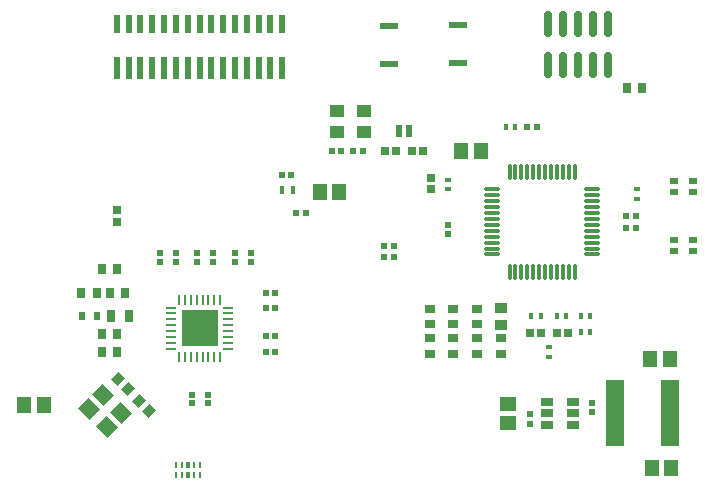
<source format=gtp>
G04*
G04 #@! TF.GenerationSoftware,Altium Limited,Altium Designer,24.4.1 (13)*
G04*
G04 Layer_Color=8421504*
%FSLAX44Y44*%
%MOMM*%
G71*
G04*
G04 #@! TF.SameCoordinates,2EB5ED4D-3302-4EB3-8F75-9365195E6A89*
G04*
G04*
G04 #@! TF.FilePolarity,Positive*
G04*
G01*
G75*
%ADD16R,0.8500X0.7500*%
%ADD17R,1.0500X0.9000*%
%ADD18R,0.6000X0.5500*%
%ADD19R,0.6000X1.8500*%
%ADD20R,0.6000X1.6500*%
%ADD21R,0.8000X0.5000*%
%ADD22R,3.1000X3.1000*%
%ADD23O,0.2500X0.8500*%
%ADD24O,0.8500X0.2500*%
%ADD25R,0.7000X0.8500*%
%ADD26R,0.7500X0.8500*%
%ADD27R,0.4725X0.5393*%
%ADD28R,0.6500X0.6500*%
%ADD29R,1.0000X0.7000*%
%ADD30R,1.2546X1.4562*%
%ADD31R,1.4562X1.2546*%
%ADD32R,0.5500X0.6000*%
%ADD33R,1.6000X5.7000*%
G04:AMPARAMS|DCode=34|XSize=1.4mm|YSize=1.2mm|CornerRadius=0mm|HoleSize=0mm|Usage=FLASHONLY|Rotation=315.000|XOffset=0mm|YOffset=0mm|HoleType=Round|Shape=Rectangle|*
%AMROTATEDRECTD34*
4,1,4,-0.9192,0.0707,-0.0707,0.9192,0.9192,-0.0707,0.0707,-0.9192,-0.9192,0.0707,0.0*
%
%ADD34ROTATEDRECTD34*%

G04:AMPARAMS|DCode=35|XSize=0.75mm|YSize=0.9mm|CornerRadius=0mm|HoleSize=0mm|Usage=FLASHONLY|Rotation=315.000|XOffset=0mm|YOffset=0mm|HoleType=Round|Shape=Rectangle|*
%AMROTATEDRECTD35*
4,1,4,-0.5834,-0.0530,0.0530,0.5834,0.5834,0.0530,-0.0530,-0.5834,-0.5834,-0.0530,0.0*
%
%ADD35ROTATEDRECTD35*%

%ADD36R,0.8000X1.0000*%
%ADD37R,0.6000X0.8000*%
%ADD38R,0.8000X0.9500*%
G04:AMPARAMS|DCode=39|XSize=0.565mm|YSize=0.2mm|CornerRadius=0.05mm|HoleSize=0mm|Usage=FLASHONLY|Rotation=270.000|XOffset=0mm|YOffset=0mm|HoleType=Round|Shape=RoundedRectangle|*
%AMROUNDEDRECTD39*
21,1,0.5650,0.1000,0,0,270.0*
21,1,0.4650,0.2000,0,0,270.0*
1,1,0.1000,-0.0500,-0.2325*
1,1,0.1000,-0.0500,0.2325*
1,1,0.1000,0.0500,0.2325*
1,1,0.1000,0.0500,-0.2325*
%
%ADD39ROUNDEDRECTD39*%
%ADD40R,0.5393X0.4725*%
%ADD41R,1.5000X0.5500*%
%ADD42O,0.3000X1.4500*%
%ADD43O,1.4500X0.3000*%
%ADD44R,0.5200X0.5200*%
%ADD45R,0.5200X0.5200*%
%ADD46R,0.4000X0.5000*%
%ADD47R,0.5000X0.4000*%
%ADD48R,0.7154X0.6725*%
%ADD49R,0.6725X0.7154*%
%ADD50R,1.3000X1.0500*%
G04:AMPARAMS|DCode=51|XSize=0.65mm|YSize=2.2mm|CornerRadius=0.1625mm|HoleSize=0mm|Usage=FLASHONLY|Rotation=180.000|XOffset=0mm|YOffset=0mm|HoleType=Round|Shape=RoundedRectangle|*
%AMROUNDEDRECTD51*
21,1,0.6500,1.8750,0,0,180.0*
21,1,0.3250,2.2000,0,0,180.0*
1,1,0.3250,-0.1625,0.9375*
1,1,0.3250,0.1625,0.9375*
1,1,0.3250,0.1625,-0.9375*
1,1,0.3250,-0.1625,-0.9375*
%
%ADD51ROUNDEDRECTD51*%
%ADD52R,0.5750X1.1400*%
%ADD53R,0.7811X0.7121*%
%ADD54R,0.4500X0.6750*%
G36*
X191300Y123000D02*
X188700D01*
X188601D01*
X188417Y123076D01*
X188276Y123217D01*
X188200Y123400D01*
Y123500D01*
D01*
Y128150D01*
Y128249D01*
X188276Y128433D01*
X188417Y128574D01*
X188601Y128650D01*
X188700D01*
D01*
X191300D01*
X191399D01*
X191583Y128574D01*
X191724Y128433D01*
X191800Y128249D01*
Y128150D01*
D01*
Y123500D01*
Y123400D01*
X191724Y123217D01*
X191583Y123076D01*
X191399Y123000D01*
X191300D01*
D01*
D02*
G37*
G36*
X188200Y136500D02*
Y136599D01*
X188276Y136783D01*
X188417Y136924D01*
X188601Y137000D01*
X188700D01*
D01*
X191300D01*
X191399D01*
X191583Y136924D01*
X191724Y136783D01*
X191800Y136599D01*
Y136500D01*
D01*
Y131850D01*
Y131750D01*
X191724Y131567D01*
X191583Y131426D01*
X191399Y131350D01*
X191300D01*
D01*
X188700D01*
X188601D01*
X188417Y131426D01*
X188276Y131567D01*
X188200Y131750D01*
Y131850D01*
D01*
Y136500D01*
D02*
G37*
D16*
X455000Y241500D02*
D03*
Y228500D02*
D03*
X395000Y241500D02*
D03*
Y228500D02*
D03*
X415000Y241500D02*
D03*
Y228500D02*
D03*
X395000Y266500D02*
D03*
Y253500D02*
D03*
X415000Y266500D02*
D03*
Y253500D02*
D03*
X435000Y241500D02*
D03*
Y228500D02*
D03*
Y266500D02*
D03*
Y253500D02*
D03*
D17*
X455000Y267250D02*
D03*
Y252750D02*
D03*
D18*
X364250Y320000D02*
D03*
X355750D02*
D03*
X569250Y335000D02*
D03*
X560750D02*
D03*
X569250Y345000D02*
D03*
X560750D02*
D03*
X355750Y310000D02*
D03*
X364250D02*
D03*
X281750Y347500D02*
D03*
X290250D02*
D03*
D19*
X130000Y470000D02*
D03*
X140000D02*
D03*
X150000D02*
D03*
X160000D02*
D03*
X170000D02*
D03*
X180000D02*
D03*
X190000D02*
D03*
X200000D02*
D03*
X210000D02*
D03*
X220000D02*
D03*
X230000D02*
D03*
X240000D02*
D03*
X250000D02*
D03*
X260000D02*
D03*
X270000D02*
D03*
D20*
X130000Y507500D02*
D03*
X140000D02*
D03*
X150000D02*
D03*
X160000D02*
D03*
X170000D02*
D03*
X180000D02*
D03*
X190000D02*
D03*
X200000D02*
D03*
X210000D02*
D03*
X220000D02*
D03*
X230000D02*
D03*
X240000D02*
D03*
X250000D02*
D03*
X260000D02*
D03*
X270000D02*
D03*
D21*
X618000Y365500D02*
D03*
X602000D02*
D03*
X618000Y374500D02*
D03*
X602000D02*
D03*
X618000Y315500D02*
D03*
X602000D02*
D03*
X618000Y324500D02*
D03*
X602000D02*
D03*
D22*
X200000Y250000D02*
D03*
D23*
X182500Y274000D02*
D03*
X187500D02*
D03*
X192500D02*
D03*
X197500D02*
D03*
X202500D02*
D03*
X207500D02*
D03*
X212500D02*
D03*
X217500D02*
D03*
Y226000D02*
D03*
X212500D02*
D03*
X207500D02*
D03*
X202500D02*
D03*
X197500D02*
D03*
X192500D02*
D03*
X187500D02*
D03*
X182500D02*
D03*
D24*
X224000Y267500D02*
D03*
Y262500D02*
D03*
Y257500D02*
D03*
Y252500D02*
D03*
Y247500D02*
D03*
Y242500D02*
D03*
Y237500D02*
D03*
Y232500D02*
D03*
X176000D02*
D03*
Y237500D02*
D03*
Y242500D02*
D03*
Y247500D02*
D03*
Y252500D02*
D03*
Y257500D02*
D03*
Y262500D02*
D03*
Y267500D02*
D03*
D25*
X124500Y280000D02*
D03*
X137000D02*
D03*
D26*
X130000Y300000D02*
D03*
X117000D02*
D03*
X130000Y230000D02*
D03*
X117000D02*
D03*
X130000Y245000D02*
D03*
X117000D02*
D03*
X574500Y453000D02*
D03*
X561500D02*
D03*
D27*
X166500Y306334D02*
D03*
Y313666D02*
D03*
X532000Y186666D02*
D03*
Y179334D02*
D03*
X193250Y186334D02*
D03*
Y193666D02*
D03*
X206750Y186334D02*
D03*
Y193666D02*
D03*
X180000Y306334D02*
D03*
Y313666D02*
D03*
X198250Y306334D02*
D03*
Y313666D02*
D03*
X211750Y306334D02*
D03*
Y313666D02*
D03*
X230000Y306334D02*
D03*
Y313666D02*
D03*
X243500Y306334D02*
D03*
Y313666D02*
D03*
D28*
X130000Y340000D02*
D03*
Y350000D02*
D03*
D29*
X515995Y187500D02*
D03*
Y178000D02*
D03*
Y168500D02*
D03*
X494005D02*
D03*
Y178000D02*
D03*
Y187500D02*
D03*
D30*
X581742Y224000D02*
D03*
X598258D02*
D03*
X582742Y132000D02*
D03*
X599258D02*
D03*
X68258Y185000D02*
D03*
X51742D02*
D03*
X438258Y400000D02*
D03*
X421742D02*
D03*
X301742Y365000D02*
D03*
X318258D02*
D03*
D31*
X461000Y186258D02*
D03*
Y169742D02*
D03*
D32*
X480000Y168750D02*
D03*
Y177250D02*
D03*
D33*
X551500Y178000D02*
D03*
X598500D02*
D03*
D34*
X118232Y193789D02*
D03*
X133789Y178232D02*
D03*
X121768Y166211D02*
D03*
X106211Y181768D02*
D03*
D35*
X157477Y180354D02*
D03*
X148991Y188839D02*
D03*
X130607Y207224D02*
D03*
X139092Y198738D02*
D03*
D36*
X125000Y260000D02*
D03*
X140000D02*
D03*
D37*
X100500Y260000D02*
D03*
X113500D02*
D03*
D38*
X100000Y280000D02*
D03*
X113500D02*
D03*
D39*
X200000Y125825D02*
D03*
X195000D02*
D03*
X185000D02*
D03*
X180000D02*
D03*
Y134175D02*
D03*
X185000D02*
D03*
X195000D02*
D03*
X200000D02*
D03*
D40*
X256334Y229750D02*
D03*
X263666D02*
D03*
X256334Y243250D02*
D03*
X263666D02*
D03*
X256334Y266750D02*
D03*
X263666D02*
D03*
X256334Y280250D02*
D03*
X263666D02*
D03*
X270000Y380000D02*
D03*
X277332D02*
D03*
D41*
X419000Y506750D02*
D03*
Y474250D02*
D03*
X360000Y506250D02*
D03*
Y473750D02*
D03*
D42*
X462500Y382250D02*
D03*
X467500D02*
D03*
X472500D02*
D03*
X477500D02*
D03*
X482500D02*
D03*
X487500D02*
D03*
X492500D02*
D03*
X497500D02*
D03*
X502500D02*
D03*
X507500D02*
D03*
X512500D02*
D03*
X517500D02*
D03*
Y297750D02*
D03*
X512500D02*
D03*
X507500D02*
D03*
X502500D02*
D03*
X497500D02*
D03*
X492500D02*
D03*
X487500D02*
D03*
X482500D02*
D03*
X477500D02*
D03*
X472500D02*
D03*
X467500D02*
D03*
X462500D02*
D03*
D43*
X532250Y367500D02*
D03*
Y362500D02*
D03*
Y357500D02*
D03*
Y352500D02*
D03*
Y347500D02*
D03*
Y342500D02*
D03*
Y337500D02*
D03*
Y332500D02*
D03*
Y327500D02*
D03*
Y322500D02*
D03*
Y317500D02*
D03*
Y312500D02*
D03*
X447750D02*
D03*
Y317500D02*
D03*
Y322500D02*
D03*
Y327500D02*
D03*
Y332500D02*
D03*
Y337500D02*
D03*
Y342500D02*
D03*
Y347500D02*
D03*
Y352500D02*
D03*
Y357500D02*
D03*
Y362500D02*
D03*
Y367500D02*
D03*
D44*
X485500Y420000D02*
D03*
X477500D02*
D03*
X338000Y400000D02*
D03*
X330000D02*
D03*
X312000D02*
D03*
X320000D02*
D03*
D45*
X410000Y329500D02*
D03*
Y337500D02*
D03*
D46*
X522786Y246500D02*
D03*
X530786D02*
D03*
Y260000D02*
D03*
X522786D02*
D03*
X459500Y420000D02*
D03*
X467500D02*
D03*
X502500Y260000D02*
D03*
X510500D02*
D03*
X489036D02*
D03*
X481036D02*
D03*
D47*
X495786Y233750D02*
D03*
Y225750D02*
D03*
X570000Y367500D02*
D03*
Y359500D02*
D03*
X410000Y367500D02*
D03*
Y375500D02*
D03*
D48*
X512071Y246250D02*
D03*
X502500D02*
D03*
X479500D02*
D03*
X489071D02*
D03*
D49*
X396250Y377071D02*
D03*
Y367500D02*
D03*
D50*
X316500Y433750D02*
D03*
X339500D02*
D03*
Y416250D02*
D03*
X316500D02*
D03*
D51*
X494600Y472700D02*
D03*
X507300D02*
D03*
X520000D02*
D03*
X532700D02*
D03*
X545400D02*
D03*
X494600Y507300D02*
D03*
X507300D02*
D03*
X520000D02*
D03*
X532700D02*
D03*
X545400D02*
D03*
D52*
X369030Y417000D02*
D03*
X377280D02*
D03*
D53*
X357000Y400000D02*
D03*
X366311D02*
D03*
X389311D02*
D03*
X380000D02*
D03*
D54*
X279250Y367000D02*
D03*
X270000D02*
D03*
M02*

</source>
